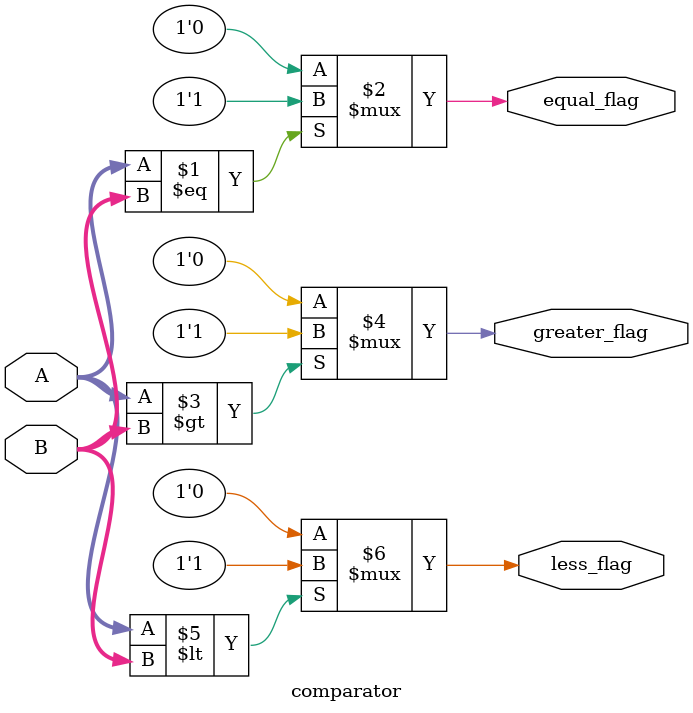
<source format=v>
module comparator #(parameter SIZE = 32)(

    input wire [SIZE-1:0] A,
    input wire [SIZE-1:0] B,
    output wire equal_flag,
    output wire greater_flag,
    output wire less_flag
    );
    
    assign equal_flag = (A == B) ? 1'b1 : 1'b0;
    assign greater_flag = (A > B) ? 1'b1 : 1'b0;
    assign less_flag = (A < B) ? 1'b1 : 1'b0;
    
endmodule
</source>
